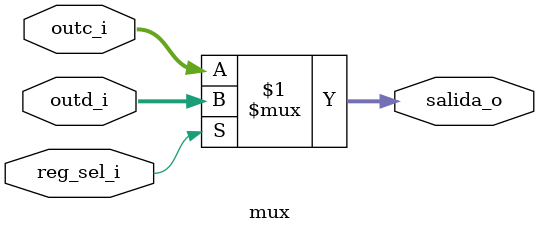
<source format=sv>
module mux( 
	input  logic 	    reg_sel_i, //registro de selección
	input  logic [31:0] outc_i, //entrada que viene del registro de control
	input  logic [31:0] outd_i, //entrada que viene del registro de datos
	output logic [31:0] salida_o //salida del multiplexor
);

assign salida_o = reg_sel_i ? outd_i : outc_i; //dependiendo del valor de selección, la salida es el registro de control o datos

endmodule
</source>
